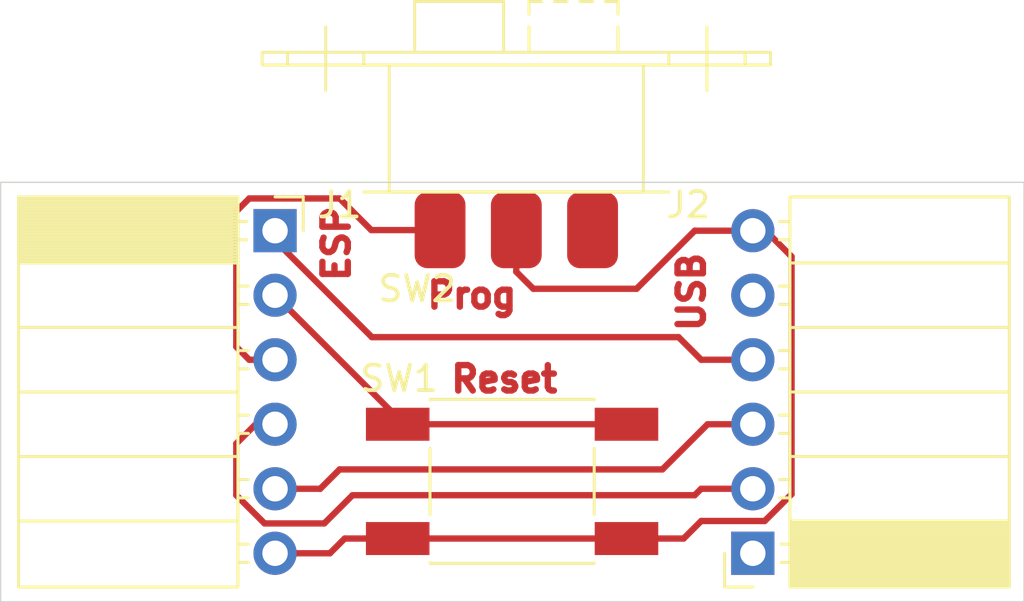
<source format=kicad_pcb>
(kicad_pcb (version 20171130) (host pcbnew "(5.1.7)-1")

  (general
    (thickness 1.6)
    (drawings 8)
    (tracks 45)
    (zones 0)
    (modules 4)
    (nets 7)
  )

  (page A4)
  (layers
    (0 F.Cu signal)
    (31 B.Cu signal)
    (32 B.Adhes user)
    (33 F.Adhes user)
    (34 B.Paste user)
    (35 F.Paste user)
    (36 B.SilkS user)
    (37 F.SilkS user)
    (38 B.Mask user)
    (39 F.Mask user)
    (40 Dwgs.User user)
    (41 Cmts.User user)
    (42 Eco1.User user)
    (43 Eco2.User user)
    (44 Edge.Cuts user)
    (45 Margin user)
    (46 B.CrtYd user)
    (47 F.CrtYd user)
    (48 B.Fab user)
    (49 F.Fab user)
  )

  (setup
    (last_trace_width 0.25)
    (trace_clearance 0.2)
    (zone_clearance 0.508)
    (zone_45_only no)
    (trace_min 0.2)
    (via_size 0.8)
    (via_drill 0.4)
    (via_min_size 0.4)
    (via_min_drill 0.3)
    (uvia_size 0.3)
    (uvia_drill 0.1)
    (uvias_allowed no)
    (uvia_min_size 0.2)
    (uvia_min_drill 0.1)
    (edge_width 0.05)
    (segment_width 0.2)
    (pcb_text_width 0.3)
    (pcb_text_size 1.5 1.5)
    (mod_edge_width 0.12)
    (mod_text_size 1 1)
    (mod_text_width 0.15)
    (pad_size 1.524 1.524)
    (pad_drill 0.762)
    (pad_to_mask_clearance 0)
    (aux_axis_origin 0 0)
    (visible_elements 7FFFFFFF)
    (pcbplotparams
      (layerselection 0x010fc_ffffffff)
      (usegerberextensions false)
      (usegerberattributes true)
      (usegerberadvancedattributes true)
      (creategerberjobfile true)
      (excludeedgelayer true)
      (linewidth 0.100000)
      (plotframeref false)
      (viasonmask false)
      (mode 1)
      (useauxorigin false)
      (hpglpennumber 1)
      (hpglpenspeed 20)
      (hpglpendiameter 15.000000)
      (psnegative false)
      (psa4output false)
      (plotreference true)
      (plotvalue true)
      (plotinvisibletext false)
      (padsonsilk false)
      (subtractmaskfromsilk false)
      (outputformat 1)
      (mirror false)
      (drillshape 1)
      (scaleselection 1)
      (outputdirectory ""))
  )

  (net 0 "")
  (net 1 "Net-(J1-Pad1)")
  (net 2 "Net-(J1-Pad2)")
  (net 3 "Net-(J1-Pad3)")
  (net 4 "Net-(J1-Pad4)")
  (net 5 "Net-(J1-Pad5)")
  (net 6 "Net-(J1-Pad6)")

  (net_class Default "This is the default net class."
    (clearance 0.2)
    (trace_width 0.25)
    (via_dia 0.8)
    (via_drill 0.4)
    (uvia_dia 0.3)
    (uvia_drill 0.1)
    (add_net "Net-(J1-Pad1)")
    (add_net "Net-(J1-Pad2)")
    (add_net "Net-(J1-Pad3)")
    (add_net "Net-(J1-Pad4)")
    (add_net "Net-(J1-Pad5)")
    (add_net "Net-(J1-Pad6)")
  )

  (module TrevM:SlideSwitch (layer F.Cu) (tedit 609702CE) (tstamp 609B216D)
    (at 113.792 87.376 270)
    (path /609B0195)
    (fp_text reference SW2 (at 3.81 -6.096 180) (layer F.SilkS)
      (effects (font (size 1 1) (thickness 0.15)))
    )
    (fp_text value Program (at 3.81 -12.7 180) (layer F.Fab)
      (effects (font (size 1 1) (thickness 0.15)))
    )
    (fp_line (start -5 0) (end -5 -20) (layer F.SilkS) (width 0.12))
    (fp_line (start -5 -20) (end -5.5 -20) (layer F.SilkS) (width 0.12))
    (fp_line (start -5.5 -20) (end -5.5 0) (layer F.SilkS) (width 0.12))
    (fp_line (start -5.5 0) (end -5 0) (layer F.SilkS) (width 0.12))
    (fp_line (start -5 -5) (end 0 -5) (layer F.SilkS) (width 0.12))
    (fp_line (start 0 -5) (end 0 -15) (layer F.SilkS) (width 0.12))
    (fp_line (start 0 -15) (end -5 -15) (layer F.SilkS) (width 0.12))
    (fp_line (start -6.5 -17.5) (end -4 -17.5) (layer F.SilkS) (width 0.12))
    (fp_line (start -4 -2.5) (end -6.5 -2.5) (layer F.SilkS) (width 0.12))
    (fp_line (start -5 -4) (end -5.5 -4) (layer F.SilkS) (width 0.12))
    (fp_line (start -5 -1) (end -5.5 -1) (layer F.SilkS) (width 0.12))
    (fp_line (start -5.5 -19) (end -5 -19) (layer F.SilkS) (width 0.12))
    (fp_line (start -5 -16) (end -5.5 -16) (layer F.SilkS) (width 0.12))
    (fp_line (start -7.5 -6) (end -7.5 -9.5) (layer F.SilkS) (width 0.12))
    (fp_line (start -7.5 -9.5) (end -5.5 -9.5) (layer F.SilkS) (width 0.12))
    (fp_line (start -7.5 -6) (end -5.5 -6) (layer F.SilkS) (width 0.12))
    (fp_line (start -7.5 -14) (end -7.5 -13.5) (layer F.SilkS) (width 0.12))
    (fp_line (start -7.5 -13) (end -7.5 -12.5) (layer F.SilkS) (width 0.12))
    (fp_line (start -7.5 -12) (end -7.5 -11.5) (layer F.SilkS) (width 0.12))
    (fp_line (start -7.5 -11) (end -7.5 -10.5) (layer F.SilkS) (width 0.12))
    (fp_line (start -7.5 -14) (end -7 -14) (layer F.SilkS) (width 0.12))
    (fp_line (start -6.5 -14) (end -5.5 -14) (layer F.SilkS) (width 0.12))
    (fp_line (start -7.5 -10.5) (end -7 -10.5) (layer F.SilkS) (width 0.12))
    (fp_line (start -6.5 -10.5) (end -5.5 -10.5) (layer F.SilkS) (width 0.12))
    (fp_line (start 0 -16) (end 0 -4) (layer F.SilkS) (width 0.12))
    (pad 1 smd roundrect (at 1.5 -7 270) (size 3 2) (layers F.Cu F.Paste F.Mask) (roundrect_rratio 0.25)
      (net 3 "Net-(J1-Pad3)"))
    (pad 2 smd roundrect (at 1.5 -10 270) (size 3 2) (layers F.Cu F.Paste F.Mask) (roundrect_rratio 0.25)
      (net 6 "Net-(J1-Pad6)"))
    (pad 3 smd roundrect (at 1.5 -13 270) (size 3 2) (layers F.Cu F.Paste F.Mask) (roundrect_rratio 0.25))
  )

  (module Connector_PinSocket_2.54mm:PinSocket_1x06_P2.54mm_Horizontal (layer F.Cu) (tedit 5A19A42D) (tstamp 609B212F)
    (at 133.096 101.6 180)
    (descr "Through hole angled socket strip, 1x06, 2.54mm pitch, 8.51mm socket length, single row (from Kicad 4.0.7), script generated")
    (tags "Through hole angled socket strip THT 1x06 2.54mm single row")
    (path /609AE72F)
    (fp_text reference J2 (at 2.54 13.716) (layer F.SilkS)
      (effects (font (size 1 1) (thickness 0.15)))
    )
    (fp_text value USB_Ser (at 2.54 1.524 90) (layer F.Fab)
      (effects (font (size 1 1) (thickness 0.15)))
    )
    (fp_line (start 1.75 14.45) (end 1.75 -1.8) (layer F.CrtYd) (width 0.05))
    (fp_line (start -10.55 14.45) (end 1.75 14.45) (layer F.CrtYd) (width 0.05))
    (fp_line (start -10.55 -1.8) (end -10.55 14.45) (layer F.CrtYd) (width 0.05))
    (fp_line (start 1.75 -1.8) (end -10.55 -1.8) (layer F.CrtYd) (width 0.05))
    (fp_line (start 0 -1.33) (end 1.11 -1.33) (layer F.SilkS) (width 0.12))
    (fp_line (start 1.11 -1.33) (end 1.11 0) (layer F.SilkS) (width 0.12))
    (fp_line (start -10.09 -1.33) (end -10.09 14.03) (layer F.SilkS) (width 0.12))
    (fp_line (start -10.09 14.03) (end -1.46 14.03) (layer F.SilkS) (width 0.12))
    (fp_line (start -1.46 -1.33) (end -1.46 14.03) (layer F.SilkS) (width 0.12))
    (fp_line (start -10.09 -1.33) (end -1.46 -1.33) (layer F.SilkS) (width 0.12))
    (fp_line (start -10.09 11.43) (end -1.46 11.43) (layer F.SilkS) (width 0.12))
    (fp_line (start -10.09 8.89) (end -1.46 8.89) (layer F.SilkS) (width 0.12))
    (fp_line (start -10.09 6.35) (end -1.46 6.35) (layer F.SilkS) (width 0.12))
    (fp_line (start -10.09 3.81) (end -1.46 3.81) (layer F.SilkS) (width 0.12))
    (fp_line (start -10.09 1.27) (end -1.46 1.27) (layer F.SilkS) (width 0.12))
    (fp_line (start -1.46 13.06) (end -1.05 13.06) (layer F.SilkS) (width 0.12))
    (fp_line (start -1.46 12.34) (end -1.05 12.34) (layer F.SilkS) (width 0.12))
    (fp_line (start -1.46 10.52) (end -1.05 10.52) (layer F.SilkS) (width 0.12))
    (fp_line (start -1.46 9.8) (end -1.05 9.8) (layer F.SilkS) (width 0.12))
    (fp_line (start -1.46 7.98) (end -1.05 7.98) (layer F.SilkS) (width 0.12))
    (fp_line (start -1.46 7.26) (end -1.05 7.26) (layer F.SilkS) (width 0.12))
    (fp_line (start -1.46 5.44) (end -1.05 5.44) (layer F.SilkS) (width 0.12))
    (fp_line (start -1.46 4.72) (end -1.05 4.72) (layer F.SilkS) (width 0.12))
    (fp_line (start -1.46 2.9) (end -1.05 2.9) (layer F.SilkS) (width 0.12))
    (fp_line (start -1.46 2.18) (end -1.05 2.18) (layer F.SilkS) (width 0.12))
    (fp_line (start -1.46 0.36) (end -1.11 0.36) (layer F.SilkS) (width 0.12))
    (fp_line (start -1.46 -0.36) (end -1.11 -0.36) (layer F.SilkS) (width 0.12))
    (fp_line (start -10.09 1.1519) (end -1.46 1.1519) (layer F.SilkS) (width 0.12))
    (fp_line (start -10.09 1.033805) (end -1.46 1.033805) (layer F.SilkS) (width 0.12))
    (fp_line (start -10.09 0.91571) (end -1.46 0.91571) (layer F.SilkS) (width 0.12))
    (fp_line (start -10.09 0.797615) (end -1.46 0.797615) (layer F.SilkS) (width 0.12))
    (fp_line (start -10.09 0.67952) (end -1.46 0.67952) (layer F.SilkS) (width 0.12))
    (fp_line (start -10.09 0.561425) (end -1.46 0.561425) (layer F.SilkS) (width 0.12))
    (fp_line (start -10.09 0.44333) (end -1.46 0.44333) (layer F.SilkS) (width 0.12))
    (fp_line (start -10.09 0.325235) (end -1.46 0.325235) (layer F.SilkS) (width 0.12))
    (fp_line (start -10.09 0.20714) (end -1.46 0.20714) (layer F.SilkS) (width 0.12))
    (fp_line (start -10.09 0.089045) (end -1.46 0.089045) (layer F.SilkS) (width 0.12))
    (fp_line (start -10.09 -0.02905) (end -1.46 -0.02905) (layer F.SilkS) (width 0.12))
    (fp_line (start -10.09 -0.147145) (end -1.46 -0.147145) (layer F.SilkS) (width 0.12))
    (fp_line (start -10.09 -0.26524) (end -1.46 -0.26524) (layer F.SilkS) (width 0.12))
    (fp_line (start -10.09 -0.383335) (end -1.46 -0.383335) (layer F.SilkS) (width 0.12))
    (fp_line (start -10.09 -0.50143) (end -1.46 -0.50143) (layer F.SilkS) (width 0.12))
    (fp_line (start -10.09 -0.619525) (end -1.46 -0.619525) (layer F.SilkS) (width 0.12))
    (fp_line (start -10.09 -0.73762) (end -1.46 -0.73762) (layer F.SilkS) (width 0.12))
    (fp_line (start -10.09 -0.855715) (end -1.46 -0.855715) (layer F.SilkS) (width 0.12))
    (fp_line (start -10.09 -0.97381) (end -1.46 -0.97381) (layer F.SilkS) (width 0.12))
    (fp_line (start -10.09 -1.091905) (end -1.46 -1.091905) (layer F.SilkS) (width 0.12))
    (fp_line (start -10.09 -1.21) (end -1.46 -1.21) (layer F.SilkS) (width 0.12))
    (fp_line (start 0 13) (end 0 12.4) (layer F.Fab) (width 0.1))
    (fp_line (start -1.52 13) (end 0 13) (layer F.Fab) (width 0.1))
    (fp_line (start 0 12.4) (end -1.52 12.4) (layer F.Fab) (width 0.1))
    (fp_line (start 0 10.46) (end 0 9.86) (layer F.Fab) (width 0.1))
    (fp_line (start -1.52 10.46) (end 0 10.46) (layer F.Fab) (width 0.1))
    (fp_line (start 0 9.86) (end -1.52 9.86) (layer F.Fab) (width 0.1))
    (fp_line (start 0 7.92) (end 0 7.32) (layer F.Fab) (width 0.1))
    (fp_line (start -1.52 7.92) (end 0 7.92) (layer F.Fab) (width 0.1))
    (fp_line (start 0 7.32) (end -1.52 7.32) (layer F.Fab) (width 0.1))
    (fp_line (start 0 5.38) (end 0 4.78) (layer F.Fab) (width 0.1))
    (fp_line (start -1.52 5.38) (end 0 5.38) (layer F.Fab) (width 0.1))
    (fp_line (start 0 4.78) (end -1.52 4.78) (layer F.Fab) (width 0.1))
    (fp_line (start 0 2.84) (end 0 2.24) (layer F.Fab) (width 0.1))
    (fp_line (start -1.52 2.84) (end 0 2.84) (layer F.Fab) (width 0.1))
    (fp_line (start 0 2.24) (end -1.52 2.24) (layer F.Fab) (width 0.1))
    (fp_line (start 0 0.3) (end 0 -0.3) (layer F.Fab) (width 0.1))
    (fp_line (start -1.52 0.3) (end 0 0.3) (layer F.Fab) (width 0.1))
    (fp_line (start 0 -0.3) (end -1.52 -0.3) (layer F.Fab) (width 0.1))
    (fp_line (start -10.03 13.97) (end -10.03 -1.27) (layer F.Fab) (width 0.1))
    (fp_line (start -1.52 13.97) (end -10.03 13.97) (layer F.Fab) (width 0.1))
    (fp_line (start -1.52 -0.3) (end -1.52 13.97) (layer F.Fab) (width 0.1))
    (fp_line (start -2.49 -1.27) (end -1.52 -0.3) (layer F.Fab) (width 0.1))
    (fp_line (start -10.03 -1.27) (end -2.49 -1.27) (layer F.Fab) (width 0.1))
    (fp_text user %R (at 2.54 13.716 180) (layer F.Fab)
      (effects (font (size 1 1) (thickness 0.15)))
    )
    (pad 6 thru_hole oval (at 0 12.7 180) (size 1.7 1.7) (drill 1) (layers *.Cu *.Mask)
      (net 6 "Net-(J1-Pad6)"))
    (pad 5 thru_hole oval (at 0 10.16 180) (size 1.7 1.7) (drill 1) (layers *.Cu *.Mask))
    (pad 4 thru_hole oval (at 0 7.62 180) (size 1.7 1.7) (drill 1) (layers *.Cu *.Mask)
      (net 1 "Net-(J1-Pad1)"))
    (pad 3 thru_hole oval (at 0 5.08 180) (size 1.7 1.7) (drill 1) (layers *.Cu *.Mask)
      (net 5 "Net-(J1-Pad5)"))
    (pad 2 thru_hole oval (at 0 2.54 180) (size 1.7 1.7) (drill 1) (layers *.Cu *.Mask)
      (net 4 "Net-(J1-Pad4)"))
    (pad 1 thru_hole rect (at 0 0 180) (size 1.7 1.7) (drill 1) (layers *.Cu *.Mask))
    (model ${KISYS3DMOD}/Connector_PinSocket_2.54mm.3dshapes/PinSocket_1x06_P2.54mm_Horizontal.wrl
      (at (xyz 0 0 0))
      (scale (xyz 1 1 1))
      (rotate (xyz 0 0 0))
    )
  )

  (module Connector_PinSocket_2.54mm:PinSocket_1x06_P2.54mm_Horizontal (layer F.Cu) (tedit 5A19A42D) (tstamp 609B20DD)
    (at 114.3 88.9)
    (descr "Through hole angled socket strip, 1x06, 2.54mm pitch, 8.51mm socket length, single row (from Kicad 4.0.7), script generated")
    (tags "Through hole angled socket strip THT 1x06 2.54mm single row")
    (path /609ABD6A)
    (fp_text reference J1 (at 2.54 -1.016) (layer F.SilkS)
      (effects (font (size 1 1) (thickness 0.15)))
    )
    (fp_text value ESP-M2 (at 2.54 11.176 90) (layer F.Fab)
      (effects (font (size 1 1) (thickness 0.15)))
    )
    (fp_line (start -10.03 -1.27) (end -2.49 -1.27) (layer F.Fab) (width 0.1))
    (fp_line (start -2.49 -1.27) (end -1.52 -0.3) (layer F.Fab) (width 0.1))
    (fp_line (start -1.52 -0.3) (end -1.52 13.97) (layer F.Fab) (width 0.1))
    (fp_line (start -1.52 13.97) (end -10.03 13.97) (layer F.Fab) (width 0.1))
    (fp_line (start -10.03 13.97) (end -10.03 -1.27) (layer F.Fab) (width 0.1))
    (fp_line (start 0 -0.3) (end -1.52 -0.3) (layer F.Fab) (width 0.1))
    (fp_line (start -1.52 0.3) (end 0 0.3) (layer F.Fab) (width 0.1))
    (fp_line (start 0 0.3) (end 0 -0.3) (layer F.Fab) (width 0.1))
    (fp_line (start 0 2.24) (end -1.52 2.24) (layer F.Fab) (width 0.1))
    (fp_line (start -1.52 2.84) (end 0 2.84) (layer F.Fab) (width 0.1))
    (fp_line (start 0 2.84) (end 0 2.24) (layer F.Fab) (width 0.1))
    (fp_line (start 0 4.78) (end -1.52 4.78) (layer F.Fab) (width 0.1))
    (fp_line (start -1.52 5.38) (end 0 5.38) (layer F.Fab) (width 0.1))
    (fp_line (start 0 5.38) (end 0 4.78) (layer F.Fab) (width 0.1))
    (fp_line (start 0 7.32) (end -1.52 7.32) (layer F.Fab) (width 0.1))
    (fp_line (start -1.52 7.92) (end 0 7.92) (layer F.Fab) (width 0.1))
    (fp_line (start 0 7.92) (end 0 7.32) (layer F.Fab) (width 0.1))
    (fp_line (start 0 9.86) (end -1.52 9.86) (layer F.Fab) (width 0.1))
    (fp_line (start -1.52 10.46) (end 0 10.46) (layer F.Fab) (width 0.1))
    (fp_line (start 0 10.46) (end 0 9.86) (layer F.Fab) (width 0.1))
    (fp_line (start 0 12.4) (end -1.52 12.4) (layer F.Fab) (width 0.1))
    (fp_line (start -1.52 13) (end 0 13) (layer F.Fab) (width 0.1))
    (fp_line (start 0 13) (end 0 12.4) (layer F.Fab) (width 0.1))
    (fp_line (start -10.09 -1.21) (end -1.46 -1.21) (layer F.SilkS) (width 0.12))
    (fp_line (start -10.09 -1.091905) (end -1.46 -1.091905) (layer F.SilkS) (width 0.12))
    (fp_line (start -10.09 -0.97381) (end -1.46 -0.97381) (layer F.SilkS) (width 0.12))
    (fp_line (start -10.09 -0.855715) (end -1.46 -0.855715) (layer F.SilkS) (width 0.12))
    (fp_line (start -10.09 -0.73762) (end -1.46 -0.73762) (layer F.SilkS) (width 0.12))
    (fp_line (start -10.09 -0.619525) (end -1.46 -0.619525) (layer F.SilkS) (width 0.12))
    (fp_line (start -10.09 -0.50143) (end -1.46 -0.50143) (layer F.SilkS) (width 0.12))
    (fp_line (start -10.09 -0.383335) (end -1.46 -0.383335) (layer F.SilkS) (width 0.12))
    (fp_line (start -10.09 -0.26524) (end -1.46 -0.26524) (layer F.SilkS) (width 0.12))
    (fp_line (start -10.09 -0.147145) (end -1.46 -0.147145) (layer F.SilkS) (width 0.12))
    (fp_line (start -10.09 -0.02905) (end -1.46 -0.02905) (layer F.SilkS) (width 0.12))
    (fp_line (start -10.09 0.089045) (end -1.46 0.089045) (layer F.SilkS) (width 0.12))
    (fp_line (start -10.09 0.20714) (end -1.46 0.20714) (layer F.SilkS) (width 0.12))
    (fp_line (start -10.09 0.325235) (end -1.46 0.325235) (layer F.SilkS) (width 0.12))
    (fp_line (start -10.09 0.44333) (end -1.46 0.44333) (layer F.SilkS) (width 0.12))
    (fp_line (start -10.09 0.561425) (end -1.46 0.561425) (layer F.SilkS) (width 0.12))
    (fp_line (start -10.09 0.67952) (end -1.46 0.67952) (layer F.SilkS) (width 0.12))
    (fp_line (start -10.09 0.797615) (end -1.46 0.797615) (layer F.SilkS) (width 0.12))
    (fp_line (start -10.09 0.91571) (end -1.46 0.91571) (layer F.SilkS) (width 0.12))
    (fp_line (start -10.09 1.033805) (end -1.46 1.033805) (layer F.SilkS) (width 0.12))
    (fp_line (start -10.09 1.1519) (end -1.46 1.1519) (layer F.SilkS) (width 0.12))
    (fp_line (start -1.46 -0.36) (end -1.11 -0.36) (layer F.SilkS) (width 0.12))
    (fp_line (start -1.46 0.36) (end -1.11 0.36) (layer F.SilkS) (width 0.12))
    (fp_line (start -1.46 2.18) (end -1.05 2.18) (layer F.SilkS) (width 0.12))
    (fp_line (start -1.46 2.9) (end -1.05 2.9) (layer F.SilkS) (width 0.12))
    (fp_line (start -1.46 4.72) (end -1.05 4.72) (layer F.SilkS) (width 0.12))
    (fp_line (start -1.46 5.44) (end -1.05 5.44) (layer F.SilkS) (width 0.12))
    (fp_line (start -1.46 7.26) (end -1.05 7.26) (layer F.SilkS) (width 0.12))
    (fp_line (start -1.46 7.98) (end -1.05 7.98) (layer F.SilkS) (width 0.12))
    (fp_line (start -1.46 9.8) (end -1.05 9.8) (layer F.SilkS) (width 0.12))
    (fp_line (start -1.46 10.52) (end -1.05 10.52) (layer F.SilkS) (width 0.12))
    (fp_line (start -1.46 12.34) (end -1.05 12.34) (layer F.SilkS) (width 0.12))
    (fp_line (start -1.46 13.06) (end -1.05 13.06) (layer F.SilkS) (width 0.12))
    (fp_line (start -10.09 1.27) (end -1.46 1.27) (layer F.SilkS) (width 0.12))
    (fp_line (start -10.09 3.81) (end -1.46 3.81) (layer F.SilkS) (width 0.12))
    (fp_line (start -10.09 6.35) (end -1.46 6.35) (layer F.SilkS) (width 0.12))
    (fp_line (start -10.09 8.89) (end -1.46 8.89) (layer F.SilkS) (width 0.12))
    (fp_line (start -10.09 11.43) (end -1.46 11.43) (layer F.SilkS) (width 0.12))
    (fp_line (start -10.09 -1.33) (end -1.46 -1.33) (layer F.SilkS) (width 0.12))
    (fp_line (start -1.46 -1.33) (end -1.46 14.03) (layer F.SilkS) (width 0.12))
    (fp_line (start -10.09 14.03) (end -1.46 14.03) (layer F.SilkS) (width 0.12))
    (fp_line (start -10.09 -1.33) (end -10.09 14.03) (layer F.SilkS) (width 0.12))
    (fp_line (start 1.11 -1.33) (end 1.11 0) (layer F.SilkS) (width 0.12))
    (fp_line (start 0 -1.33) (end 1.11 -1.33) (layer F.SilkS) (width 0.12))
    (fp_line (start 1.75 -1.8) (end -10.55 -1.8) (layer F.CrtYd) (width 0.05))
    (fp_line (start -10.55 -1.8) (end -10.55 14.45) (layer F.CrtYd) (width 0.05))
    (fp_line (start -10.55 14.45) (end 1.75 14.45) (layer F.CrtYd) (width 0.05))
    (fp_line (start 1.75 14.45) (end 1.75 -1.8) (layer F.CrtYd) (width 0.05))
    (fp_text user %R (at 2.54 -1.016 180) (layer F.Fab)
      (effects (font (size 1 1) (thickness 0.15)))
    )
    (pad 1 thru_hole rect (at 0 0) (size 1.7 1.7) (drill 1) (layers *.Cu *.Mask)
      (net 1 "Net-(J1-Pad1)"))
    (pad 2 thru_hole oval (at 0 2.54) (size 1.7 1.7) (drill 1) (layers *.Cu *.Mask)
      (net 2 "Net-(J1-Pad2)"))
    (pad 3 thru_hole oval (at 0 5.08) (size 1.7 1.7) (drill 1) (layers *.Cu *.Mask)
      (net 3 "Net-(J1-Pad3)"))
    (pad 4 thru_hole oval (at 0 7.62) (size 1.7 1.7) (drill 1) (layers *.Cu *.Mask)
      (net 4 "Net-(J1-Pad4)"))
    (pad 5 thru_hole oval (at 0 10.16) (size 1.7 1.7) (drill 1) (layers *.Cu *.Mask)
      (net 5 "Net-(J1-Pad5)"))
    (pad 6 thru_hole oval (at 0 12.7) (size 1.7 1.7) (drill 1) (layers *.Cu *.Mask)
      (net 6 "Net-(J1-Pad6)"))
    (model ${KISYS3DMOD}/Connector_PinSocket_2.54mm.3dshapes/PinSocket_1x06_P2.54mm_Horizontal.wrl
      (at (xyz 0 0 0))
      (scale (xyz 1 1 1))
      (rotate (xyz 0 0 0))
    )
  )

  (module TrevM:SW_SPST_PTS645 (layer F.Cu) (tedit 5B0F15A6) (tstamp 609B214D)
    (at 123.626 98.77)
    (descr "C&K Components SPST SMD PTS645 Series 6mm Tact Switch")
    (tags "SPST Button Switch")
    (path /609B10F4)
    (attr smd)
    (fp_text reference SW1 (at -4.445 -4.05) (layer F.SilkS)
      (effects (font (size 1 1) (thickness 0.15)))
    )
    (fp_text value Reset (at 3.556 -4.064 180) (layer F.Fab)
      (effects (font (size 1 1) (thickness 0.15)))
    )
    (fp_line (start -5.85 3.4) (end -5.05 3.4) (layer F.CrtYd) (width 0.05))
    (fp_line (start -5.85 -3.4) (end -5.05 -3.4) (layer F.CrtYd) (width 0.05))
    (fp_line (start 5.05 3.4) (end 5.85 3.4) (layer F.CrtYd) (width 0.05))
    (fp_line (start 5.05 -3.4) (end 5.85 -3.4) (layer F.CrtYd) (width 0.05))
    (fp_line (start -3 -3) (end -3 3) (layer F.Fab) (width 0.1))
    (fp_line (start -3 3) (end 3 3) (layer F.Fab) (width 0.1))
    (fp_line (start 3 3) (end 3 -3) (layer F.Fab) (width 0.1))
    (fp_line (start 3 -3) (end -3 -3) (layer F.Fab) (width 0.1))
    (fp_line (start 5.85 3.4) (end 5.85 -3.4) (layer F.CrtYd) (width 0.05))
    (fp_line (start -5.85 -3.4) (end -5.85 3.4) (layer F.CrtYd) (width 0.05))
    (fp_line (start -5.05 3.4) (end 5.05 3.4) (layer F.CrtYd) (width 0.05))
    (fp_line (start -5.05 -3.4) (end 5.05 -3.4) (layer F.CrtYd) (width 0.05))
    (fp_line (start 3.23 -3.23) (end 3.23 -3.2) (layer F.SilkS) (width 0.12))
    (fp_line (start 3.23 3.23) (end 3.23 3.2) (layer F.SilkS) (width 0.12))
    (fp_line (start -3.23 3.23) (end -3.23 3.2) (layer F.SilkS) (width 0.12))
    (fp_line (start -3.23 -3.2) (end -3.23 -3.23) (layer F.SilkS) (width 0.12))
    (fp_line (start 3.23 -1.3) (end 3.23 1.3) (layer F.SilkS) (width 0.12))
    (fp_line (start -3.23 -3.23) (end 3.23 -3.23) (layer F.SilkS) (width 0.12))
    (fp_line (start -3.23 -1.3) (end -3.23 1.3) (layer F.SilkS) (width 0.12))
    (fp_line (start -3.23 3.23) (end 3.23 3.23) (layer F.SilkS) (width 0.12))
    (fp_circle (center 0 0) (end 1.75 -0.05) (layer F.Fab) (width 0.1))
    (fp_text user %R (at -4.445 -4.05) (layer F.Fab)
      (effects (font (size 1 1) (thickness 0.15)))
    )
    (pad 2 smd rect (at -4.5 2.25) (size 2.5 1.3) (layers F.Cu F.Paste F.Mask)
      (net 6 "Net-(J1-Pad6)"))
    (pad 1 smd rect (at -4.5 -2.25) (size 2.5 1.3) (layers F.Cu F.Paste F.Mask)
      (net 2 "Net-(J1-Pad2)"))
    (pad 1 smd rect (at 4.5 -2.25) (size 2.5 1.3) (layers F.Cu F.Paste F.Mask)
      (net 2 "Net-(J1-Pad2)"))
    (pad 2 smd rect (at 4.5 2.25) (size 2.5 1.3) (layers F.Cu F.Paste F.Mask)
      (net 6 "Net-(J1-Pad6)"))
    (model ${KISYS3DMOD}/Buttons_Switches_SMD.3dshapes/SW_SPST_PTS645.wrl
      (at (xyz 0 0 0))
      (scale (xyz 1 1 1))
      (rotate (xyz 0 0 0))
    )
  )

  (gr_text ESP (at 116.713 89.408 90) (layer F.Cu)
    (effects (font (size 1 1) (thickness 0.25)))
  )
  (gr_text USB (at 130.683 91.313 90) (layer F.Cu)
    (effects (font (size 1 1) (thickness 0.25)))
  )
  (gr_text Prog (at 122.047 91.44) (layer F.Cu)
    (effects (font (size 1 1) (thickness 0.25)))
  )
  (gr_text Reset (at 123.317 94.742) (layer F.Cu)
    (effects (font (size 1 1) (thickness 0.25)))
  )
  (gr_line (start 143.764 103.505) (end 103.505 103.505) (layer Edge.Cuts) (width 0.05) (tstamp 609B3482))
  (gr_line (start 143.764 86.995) (end 143.764 103.505) (layer Edge.Cuts) (width 0.05))
  (gr_line (start 103.505 86.995) (end 143.764 86.995) (layer Edge.Cuts) (width 0.05))
  (gr_line (start 103.505 103.505) (end 103.505 86.995) (layer Edge.Cuts) (width 0.05) (tstamp 609B2BA2))

  (segment (start 130.175 93.091) (end 131.064 93.98) (width 0.25) (layer F.Cu) (net 1))
  (segment (start 118.11 93.091) (end 130.175 93.091) (width 0.25) (layer F.Cu) (net 1))
  (segment (start 131.064 93.98) (end 133.096 93.98) (width 0.25) (layer F.Cu) (net 1))
  (segment (start 114.3 89.281) (end 118.11 93.091) (width 0.25) (layer F.Cu) (net 1))
  (segment (start 114.3 88.9) (end 114.3 89.281) (width 0.25) (layer F.Cu) (net 1))
  (segment (start 119.126 96.52) (end 128.126 96.52) (width 0.25) (layer F.Cu) (net 2))
  (segment (start 119.126 96.266) (end 119.126 96.52) (width 0.25) (layer F.Cu) (net 2))
  (segment (start 114.3 91.44) (end 119.126 96.266) (width 0.25) (layer F.Cu) (net 2))
  (segment (start 114.3 93.98) (end 113.284 93.98) (width 0.25) (layer F.Cu) (net 3))
  (segment (start 113.284 93.98) (end 112.776 93.472) (width 0.25) (layer F.Cu) (net 3))
  (segment (start 112.776 88.138998) (end 113.284998 87.63) (width 0.25) (layer F.Cu) (net 3))
  (segment (start 112.776 93.472) (end 112.776 88.138998) (width 0.25) (layer F.Cu) (net 3))
  (segment (start 113.284998 87.63) (end 116.84 87.63) (width 0.25) (layer F.Cu) (net 3))
  (segment (start 118.086 88.876) (end 120.792 88.876) (width 0.25) (layer F.Cu) (net 3))
  (segment (start 116.84 87.63) (end 118.086 88.876) (width 0.25) (layer F.Cu) (net 3))
  (segment (start 131.064 99.06) (end 133.096 99.06) (width 0.25) (layer F.Cu) (net 4))
  (segment (start 130.81 99.314) (end 131.064 99.06) (width 0.25) (layer F.Cu) (net 4))
  (segment (start 117.348 99.314) (end 130.81 99.314) (width 0.25) (layer F.Cu) (net 4))
  (segment (start 116.237001 100.424999) (end 117.348 99.314) (width 0.25) (layer F.Cu) (net 4))
  (segment (start 113.886999 100.424999) (end 116.237001 100.424999) (width 0.25) (layer F.Cu) (net 4))
  (segment (start 112.776 99.314) (end 113.886999 100.424999) (width 0.25) (layer F.Cu) (net 4))
  (segment (start 112.776 97.282) (end 112.776 99.314) (width 0.25) (layer F.Cu) (net 4))
  (segment (start 113.538 96.52) (end 112.776 97.282) (width 0.25) (layer F.Cu) (net 4))
  (segment (start 114.3 96.52) (end 113.538 96.52) (width 0.25) (layer F.Cu) (net 4))
  (segment (start 114.3 99.06) (end 116.078 99.06) (width 0.25) (layer F.Cu) (net 5))
  (segment (start 116.078 99.06) (end 116.84 98.298) (width 0.25) (layer F.Cu) (net 5))
  (segment (start 116.84 98.298) (end 129.54 98.298) (width 0.25) (layer F.Cu) (net 5))
  (segment (start 131.318 96.52) (end 133.096 96.52) (width 0.25) (layer F.Cu) (net 5))
  (segment (start 129.54 98.298) (end 131.318 96.52) (width 0.25) (layer F.Cu) (net 5))
  (segment (start 123.792 88.876) (end 123.792 90.518) (width 0.25) (layer F.Cu) (net 6))
  (segment (start 123.792 90.518) (end 124.46 91.186) (width 0.25) (layer F.Cu) (net 6))
  (segment (start 124.46 91.186) (end 128.524 91.186) (width 0.25) (layer F.Cu) (net 6))
  (segment (start 130.81 88.9) (end 133.096 88.9) (width 0.25) (layer F.Cu) (net 6))
  (segment (start 128.524 91.186) (end 130.81 88.9) (width 0.25) (layer F.Cu) (net 6))
  (segment (start 133.096 88.9) (end 133.604 88.9) (width 0.25) (layer F.Cu) (net 6))
  (segment (start 133.604 88.9) (end 134.62 89.916) (width 0.25) (layer F.Cu) (net 6))
  (segment (start 134.62 99.275002) (end 133.565002 100.33) (width 0.25) (layer F.Cu) (net 6))
  (segment (start 134.62 89.916) (end 134.62 99.275002) (width 0.25) (layer F.Cu) (net 6))
  (segment (start 133.565002 100.33) (end 131.064 100.33) (width 0.25) (layer F.Cu) (net 6))
  (segment (start 130.374 101.02) (end 128.126 101.02) (width 0.25) (layer F.Cu) (net 6))
  (segment (start 131.064 100.33) (end 130.374 101.02) (width 0.25) (layer F.Cu) (net 6))
  (segment (start 119.126 101.02) (end 128.126 101.02) (width 0.25) (layer F.Cu) (net 6))
  (segment (start 114.3 101.6) (end 116.459 101.6) (width 0.25) (layer F.Cu) (net 6))
  (segment (start 117.039 101.02) (end 119.126 101.02) (width 0.25) (layer F.Cu) (net 6))
  (segment (start 116.459 101.6) (end 117.039 101.02) (width 0.25) (layer F.Cu) (net 6))

)

</source>
